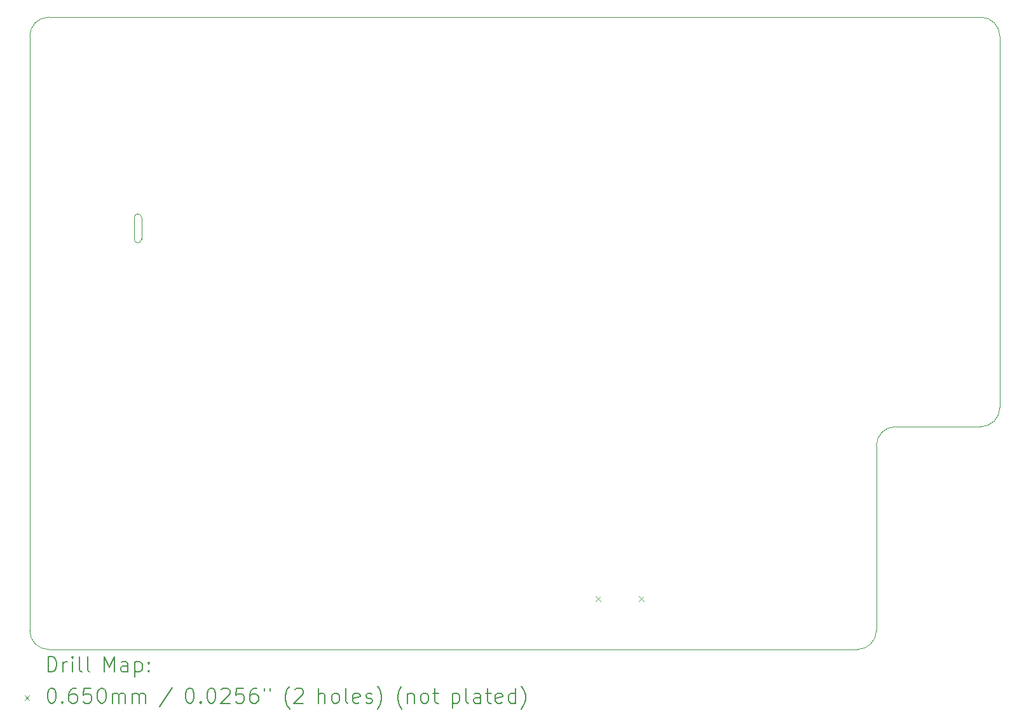
<source format=gbr>
%TF.GenerationSoftware,KiCad,Pcbnew,(7.0.0)*%
%TF.CreationDate,2023-05-29T14:24:41+02:00*%
%TF.ProjectId,hamodule,68616d6f-6475-46c6-952e-6b696361645f,V.20230529.22*%
%TF.SameCoordinates,Original*%
%TF.FileFunction,Drillmap*%
%TF.FilePolarity,Positive*%
%FSLAX45Y45*%
G04 Gerber Fmt 4.5, Leading zero omitted, Abs format (unit mm)*
G04 Created by KiCad (PCBNEW (7.0.0)) date 2023-05-29 14:24:41*
%MOMM*%
%LPD*%
G01*
G04 APERTURE LIST*
%ADD10C,0.050000*%
%ADD11C,0.200000*%
%ADD12C,0.065000*%
G04 APERTURE END LIST*
D10*
X15057120Y-3220720D02*
X2642920Y-3220720D01*
X2388920Y-11399520D02*
X2388920Y-3474720D01*
X2388920Y-11399520D02*
G75*
G03*
X2642920Y-11653720I254200J0D01*
G01*
X3780840Y-6182360D02*
G75*
G03*
X3877360Y-6182360I48260J0D01*
G01*
X3877870Y-5892800D02*
G75*
G03*
X3781350Y-5892800I-48260J0D01*
G01*
X13666320Y-8935720D02*
X13666520Y-11399520D01*
X15310920Y-3474720D02*
G75*
G03*
X15057120Y-3220720I-254000J0D01*
G01*
X2642920Y-3220720D02*
G75*
G03*
X2388920Y-3474720I0J-254000D01*
G01*
X15056920Y-8681720D02*
G75*
G03*
X15310920Y-8427720I0J254000D01*
G01*
X3781350Y-5892800D02*
X3780840Y-6182360D01*
X13412520Y-11653520D02*
X2642920Y-11653720D01*
X13920320Y-8681720D02*
X15056920Y-8681720D01*
X13920320Y-8681720D02*
G75*
G03*
X13666320Y-8935720I0J-254000D01*
G01*
X15310920Y-3474720D02*
X15310920Y-8427720D01*
X13412520Y-11653520D02*
G75*
G03*
X13666520Y-11399520I0J254000D01*
G01*
X3877360Y-6182360D02*
X3877870Y-5892800D01*
D11*
D12*
X9926640Y-10945060D02*
X9991640Y-11010060D01*
X9991640Y-10945060D02*
X9926640Y-11010060D01*
X10504640Y-10945060D02*
X10569640Y-11010060D01*
X10569640Y-10945060D02*
X10504640Y-11010060D01*
D11*
X2634039Y-11949696D02*
X2634039Y-11749696D01*
X2634039Y-11749696D02*
X2681658Y-11749696D01*
X2681658Y-11749696D02*
X2710230Y-11759220D01*
X2710230Y-11759220D02*
X2729277Y-11778268D01*
X2729277Y-11778268D02*
X2738801Y-11797315D01*
X2738801Y-11797315D02*
X2748325Y-11835410D01*
X2748325Y-11835410D02*
X2748325Y-11863982D01*
X2748325Y-11863982D02*
X2738801Y-11902077D01*
X2738801Y-11902077D02*
X2729277Y-11921125D01*
X2729277Y-11921125D02*
X2710230Y-11940172D01*
X2710230Y-11940172D02*
X2681658Y-11949696D01*
X2681658Y-11949696D02*
X2634039Y-11949696D01*
X2834039Y-11949696D02*
X2834039Y-11816363D01*
X2834039Y-11854458D02*
X2843563Y-11835410D01*
X2843563Y-11835410D02*
X2853087Y-11825887D01*
X2853087Y-11825887D02*
X2872134Y-11816363D01*
X2872134Y-11816363D02*
X2891182Y-11816363D01*
X2957848Y-11949696D02*
X2957848Y-11816363D01*
X2957848Y-11749696D02*
X2948325Y-11759220D01*
X2948325Y-11759220D02*
X2957848Y-11768744D01*
X2957848Y-11768744D02*
X2967372Y-11759220D01*
X2967372Y-11759220D02*
X2957848Y-11749696D01*
X2957848Y-11749696D02*
X2957848Y-11768744D01*
X3081658Y-11949696D02*
X3062610Y-11940172D01*
X3062610Y-11940172D02*
X3053087Y-11921125D01*
X3053087Y-11921125D02*
X3053087Y-11749696D01*
X3186420Y-11949696D02*
X3167372Y-11940172D01*
X3167372Y-11940172D02*
X3157848Y-11921125D01*
X3157848Y-11921125D02*
X3157848Y-11749696D01*
X3382610Y-11949696D02*
X3382610Y-11749696D01*
X3382610Y-11749696D02*
X3449277Y-11892553D01*
X3449277Y-11892553D02*
X3515944Y-11749696D01*
X3515944Y-11749696D02*
X3515944Y-11949696D01*
X3696896Y-11949696D02*
X3696896Y-11844934D01*
X3696896Y-11844934D02*
X3687372Y-11825887D01*
X3687372Y-11825887D02*
X3668325Y-11816363D01*
X3668325Y-11816363D02*
X3630229Y-11816363D01*
X3630229Y-11816363D02*
X3611182Y-11825887D01*
X3696896Y-11940172D02*
X3677848Y-11949696D01*
X3677848Y-11949696D02*
X3630229Y-11949696D01*
X3630229Y-11949696D02*
X3611182Y-11940172D01*
X3611182Y-11940172D02*
X3601658Y-11921125D01*
X3601658Y-11921125D02*
X3601658Y-11902077D01*
X3601658Y-11902077D02*
X3611182Y-11883029D01*
X3611182Y-11883029D02*
X3630229Y-11873506D01*
X3630229Y-11873506D02*
X3677848Y-11873506D01*
X3677848Y-11873506D02*
X3696896Y-11863982D01*
X3792134Y-11816363D02*
X3792134Y-12016363D01*
X3792134Y-11825887D02*
X3811182Y-11816363D01*
X3811182Y-11816363D02*
X3849277Y-11816363D01*
X3849277Y-11816363D02*
X3868325Y-11825887D01*
X3868325Y-11825887D02*
X3877848Y-11835410D01*
X3877848Y-11835410D02*
X3887372Y-11854458D01*
X3887372Y-11854458D02*
X3887372Y-11911601D01*
X3887372Y-11911601D02*
X3877848Y-11930648D01*
X3877848Y-11930648D02*
X3868325Y-11940172D01*
X3868325Y-11940172D02*
X3849277Y-11949696D01*
X3849277Y-11949696D02*
X3811182Y-11949696D01*
X3811182Y-11949696D02*
X3792134Y-11940172D01*
X3973087Y-11930648D02*
X3982610Y-11940172D01*
X3982610Y-11940172D02*
X3973087Y-11949696D01*
X3973087Y-11949696D02*
X3963563Y-11940172D01*
X3963563Y-11940172D02*
X3973087Y-11930648D01*
X3973087Y-11930648D02*
X3973087Y-11949696D01*
X3973087Y-11825887D02*
X3982610Y-11835410D01*
X3982610Y-11835410D02*
X3973087Y-11844934D01*
X3973087Y-11844934D02*
X3963563Y-11835410D01*
X3963563Y-11835410D02*
X3973087Y-11825887D01*
X3973087Y-11825887D02*
X3973087Y-11844934D01*
D12*
X2321420Y-12263720D02*
X2386420Y-12328720D01*
X2386420Y-12263720D02*
X2321420Y-12328720D01*
D11*
X2672134Y-12169696D02*
X2691182Y-12169696D01*
X2691182Y-12169696D02*
X2710230Y-12179220D01*
X2710230Y-12179220D02*
X2719753Y-12188744D01*
X2719753Y-12188744D02*
X2729277Y-12207791D01*
X2729277Y-12207791D02*
X2738801Y-12245887D01*
X2738801Y-12245887D02*
X2738801Y-12293506D01*
X2738801Y-12293506D02*
X2729277Y-12331601D01*
X2729277Y-12331601D02*
X2719753Y-12350648D01*
X2719753Y-12350648D02*
X2710230Y-12360172D01*
X2710230Y-12360172D02*
X2691182Y-12369696D01*
X2691182Y-12369696D02*
X2672134Y-12369696D01*
X2672134Y-12369696D02*
X2653087Y-12360172D01*
X2653087Y-12360172D02*
X2643563Y-12350648D01*
X2643563Y-12350648D02*
X2634039Y-12331601D01*
X2634039Y-12331601D02*
X2624515Y-12293506D01*
X2624515Y-12293506D02*
X2624515Y-12245887D01*
X2624515Y-12245887D02*
X2634039Y-12207791D01*
X2634039Y-12207791D02*
X2643563Y-12188744D01*
X2643563Y-12188744D02*
X2653087Y-12179220D01*
X2653087Y-12179220D02*
X2672134Y-12169696D01*
X2824515Y-12350648D02*
X2834039Y-12360172D01*
X2834039Y-12360172D02*
X2824515Y-12369696D01*
X2824515Y-12369696D02*
X2814991Y-12360172D01*
X2814991Y-12360172D02*
X2824515Y-12350648D01*
X2824515Y-12350648D02*
X2824515Y-12369696D01*
X3005468Y-12169696D02*
X2967372Y-12169696D01*
X2967372Y-12169696D02*
X2948325Y-12179220D01*
X2948325Y-12179220D02*
X2938801Y-12188744D01*
X2938801Y-12188744D02*
X2919753Y-12217315D01*
X2919753Y-12217315D02*
X2910229Y-12255410D01*
X2910229Y-12255410D02*
X2910229Y-12331601D01*
X2910229Y-12331601D02*
X2919753Y-12350648D01*
X2919753Y-12350648D02*
X2929277Y-12360172D01*
X2929277Y-12360172D02*
X2948325Y-12369696D01*
X2948325Y-12369696D02*
X2986420Y-12369696D01*
X2986420Y-12369696D02*
X3005468Y-12360172D01*
X3005468Y-12360172D02*
X3014991Y-12350648D01*
X3014991Y-12350648D02*
X3024515Y-12331601D01*
X3024515Y-12331601D02*
X3024515Y-12283982D01*
X3024515Y-12283982D02*
X3014991Y-12264934D01*
X3014991Y-12264934D02*
X3005468Y-12255410D01*
X3005468Y-12255410D02*
X2986420Y-12245887D01*
X2986420Y-12245887D02*
X2948325Y-12245887D01*
X2948325Y-12245887D02*
X2929277Y-12255410D01*
X2929277Y-12255410D02*
X2919753Y-12264934D01*
X2919753Y-12264934D02*
X2910229Y-12283982D01*
X3205468Y-12169696D02*
X3110229Y-12169696D01*
X3110229Y-12169696D02*
X3100706Y-12264934D01*
X3100706Y-12264934D02*
X3110229Y-12255410D01*
X3110229Y-12255410D02*
X3129277Y-12245887D01*
X3129277Y-12245887D02*
X3176896Y-12245887D01*
X3176896Y-12245887D02*
X3195944Y-12255410D01*
X3195944Y-12255410D02*
X3205468Y-12264934D01*
X3205468Y-12264934D02*
X3214991Y-12283982D01*
X3214991Y-12283982D02*
X3214991Y-12331601D01*
X3214991Y-12331601D02*
X3205468Y-12350648D01*
X3205468Y-12350648D02*
X3195944Y-12360172D01*
X3195944Y-12360172D02*
X3176896Y-12369696D01*
X3176896Y-12369696D02*
X3129277Y-12369696D01*
X3129277Y-12369696D02*
X3110229Y-12360172D01*
X3110229Y-12360172D02*
X3100706Y-12350648D01*
X3338801Y-12169696D02*
X3357849Y-12169696D01*
X3357849Y-12169696D02*
X3376896Y-12179220D01*
X3376896Y-12179220D02*
X3386420Y-12188744D01*
X3386420Y-12188744D02*
X3395944Y-12207791D01*
X3395944Y-12207791D02*
X3405468Y-12245887D01*
X3405468Y-12245887D02*
X3405468Y-12293506D01*
X3405468Y-12293506D02*
X3395944Y-12331601D01*
X3395944Y-12331601D02*
X3386420Y-12350648D01*
X3386420Y-12350648D02*
X3376896Y-12360172D01*
X3376896Y-12360172D02*
X3357849Y-12369696D01*
X3357849Y-12369696D02*
X3338801Y-12369696D01*
X3338801Y-12369696D02*
X3319753Y-12360172D01*
X3319753Y-12360172D02*
X3310229Y-12350648D01*
X3310229Y-12350648D02*
X3300706Y-12331601D01*
X3300706Y-12331601D02*
X3291182Y-12293506D01*
X3291182Y-12293506D02*
X3291182Y-12245887D01*
X3291182Y-12245887D02*
X3300706Y-12207791D01*
X3300706Y-12207791D02*
X3310229Y-12188744D01*
X3310229Y-12188744D02*
X3319753Y-12179220D01*
X3319753Y-12179220D02*
X3338801Y-12169696D01*
X3491182Y-12369696D02*
X3491182Y-12236363D01*
X3491182Y-12255410D02*
X3500706Y-12245887D01*
X3500706Y-12245887D02*
X3519753Y-12236363D01*
X3519753Y-12236363D02*
X3548325Y-12236363D01*
X3548325Y-12236363D02*
X3567372Y-12245887D01*
X3567372Y-12245887D02*
X3576896Y-12264934D01*
X3576896Y-12264934D02*
X3576896Y-12369696D01*
X3576896Y-12264934D02*
X3586420Y-12245887D01*
X3586420Y-12245887D02*
X3605468Y-12236363D01*
X3605468Y-12236363D02*
X3634039Y-12236363D01*
X3634039Y-12236363D02*
X3653087Y-12245887D01*
X3653087Y-12245887D02*
X3662610Y-12264934D01*
X3662610Y-12264934D02*
X3662610Y-12369696D01*
X3757849Y-12369696D02*
X3757849Y-12236363D01*
X3757849Y-12255410D02*
X3767372Y-12245887D01*
X3767372Y-12245887D02*
X3786420Y-12236363D01*
X3786420Y-12236363D02*
X3814991Y-12236363D01*
X3814991Y-12236363D02*
X3834039Y-12245887D01*
X3834039Y-12245887D02*
X3843563Y-12264934D01*
X3843563Y-12264934D02*
X3843563Y-12369696D01*
X3843563Y-12264934D02*
X3853087Y-12245887D01*
X3853087Y-12245887D02*
X3872134Y-12236363D01*
X3872134Y-12236363D02*
X3900706Y-12236363D01*
X3900706Y-12236363D02*
X3919753Y-12245887D01*
X3919753Y-12245887D02*
X3929277Y-12264934D01*
X3929277Y-12264934D02*
X3929277Y-12369696D01*
X4287372Y-12160172D02*
X4115944Y-12417315D01*
X4512134Y-12169696D02*
X4531182Y-12169696D01*
X4531182Y-12169696D02*
X4550230Y-12179220D01*
X4550230Y-12179220D02*
X4559753Y-12188744D01*
X4559753Y-12188744D02*
X4569277Y-12207791D01*
X4569277Y-12207791D02*
X4578801Y-12245887D01*
X4578801Y-12245887D02*
X4578801Y-12293506D01*
X4578801Y-12293506D02*
X4569277Y-12331601D01*
X4569277Y-12331601D02*
X4559753Y-12350648D01*
X4559753Y-12350648D02*
X4550230Y-12360172D01*
X4550230Y-12360172D02*
X4531182Y-12369696D01*
X4531182Y-12369696D02*
X4512134Y-12369696D01*
X4512134Y-12369696D02*
X4493087Y-12360172D01*
X4493087Y-12360172D02*
X4483563Y-12350648D01*
X4483563Y-12350648D02*
X4474039Y-12331601D01*
X4474039Y-12331601D02*
X4464515Y-12293506D01*
X4464515Y-12293506D02*
X4464515Y-12245887D01*
X4464515Y-12245887D02*
X4474039Y-12207791D01*
X4474039Y-12207791D02*
X4483563Y-12188744D01*
X4483563Y-12188744D02*
X4493087Y-12179220D01*
X4493087Y-12179220D02*
X4512134Y-12169696D01*
X4664515Y-12350648D02*
X4674039Y-12360172D01*
X4674039Y-12360172D02*
X4664515Y-12369696D01*
X4664515Y-12369696D02*
X4654992Y-12360172D01*
X4654992Y-12360172D02*
X4664515Y-12350648D01*
X4664515Y-12350648D02*
X4664515Y-12369696D01*
X4797849Y-12169696D02*
X4816896Y-12169696D01*
X4816896Y-12169696D02*
X4835944Y-12179220D01*
X4835944Y-12179220D02*
X4845468Y-12188744D01*
X4845468Y-12188744D02*
X4854992Y-12207791D01*
X4854992Y-12207791D02*
X4864515Y-12245887D01*
X4864515Y-12245887D02*
X4864515Y-12293506D01*
X4864515Y-12293506D02*
X4854992Y-12331601D01*
X4854992Y-12331601D02*
X4845468Y-12350648D01*
X4845468Y-12350648D02*
X4835944Y-12360172D01*
X4835944Y-12360172D02*
X4816896Y-12369696D01*
X4816896Y-12369696D02*
X4797849Y-12369696D01*
X4797849Y-12369696D02*
X4778801Y-12360172D01*
X4778801Y-12360172D02*
X4769277Y-12350648D01*
X4769277Y-12350648D02*
X4759753Y-12331601D01*
X4759753Y-12331601D02*
X4750230Y-12293506D01*
X4750230Y-12293506D02*
X4750230Y-12245887D01*
X4750230Y-12245887D02*
X4759753Y-12207791D01*
X4759753Y-12207791D02*
X4769277Y-12188744D01*
X4769277Y-12188744D02*
X4778801Y-12179220D01*
X4778801Y-12179220D02*
X4797849Y-12169696D01*
X4940706Y-12188744D02*
X4950230Y-12179220D01*
X4950230Y-12179220D02*
X4969277Y-12169696D01*
X4969277Y-12169696D02*
X5016896Y-12169696D01*
X5016896Y-12169696D02*
X5035944Y-12179220D01*
X5035944Y-12179220D02*
X5045468Y-12188744D01*
X5045468Y-12188744D02*
X5054992Y-12207791D01*
X5054992Y-12207791D02*
X5054992Y-12226839D01*
X5054992Y-12226839D02*
X5045468Y-12255410D01*
X5045468Y-12255410D02*
X4931182Y-12369696D01*
X4931182Y-12369696D02*
X5054992Y-12369696D01*
X5235944Y-12169696D02*
X5140706Y-12169696D01*
X5140706Y-12169696D02*
X5131182Y-12264934D01*
X5131182Y-12264934D02*
X5140706Y-12255410D01*
X5140706Y-12255410D02*
X5159753Y-12245887D01*
X5159753Y-12245887D02*
X5207373Y-12245887D01*
X5207373Y-12245887D02*
X5226420Y-12255410D01*
X5226420Y-12255410D02*
X5235944Y-12264934D01*
X5235944Y-12264934D02*
X5245468Y-12283982D01*
X5245468Y-12283982D02*
X5245468Y-12331601D01*
X5245468Y-12331601D02*
X5235944Y-12350648D01*
X5235944Y-12350648D02*
X5226420Y-12360172D01*
X5226420Y-12360172D02*
X5207373Y-12369696D01*
X5207373Y-12369696D02*
X5159753Y-12369696D01*
X5159753Y-12369696D02*
X5140706Y-12360172D01*
X5140706Y-12360172D02*
X5131182Y-12350648D01*
X5416896Y-12169696D02*
X5378801Y-12169696D01*
X5378801Y-12169696D02*
X5359753Y-12179220D01*
X5359753Y-12179220D02*
X5350230Y-12188744D01*
X5350230Y-12188744D02*
X5331182Y-12217315D01*
X5331182Y-12217315D02*
X5321658Y-12255410D01*
X5321658Y-12255410D02*
X5321658Y-12331601D01*
X5321658Y-12331601D02*
X5331182Y-12350648D01*
X5331182Y-12350648D02*
X5340706Y-12360172D01*
X5340706Y-12360172D02*
X5359753Y-12369696D01*
X5359753Y-12369696D02*
X5397849Y-12369696D01*
X5397849Y-12369696D02*
X5416896Y-12360172D01*
X5416896Y-12360172D02*
X5426420Y-12350648D01*
X5426420Y-12350648D02*
X5435944Y-12331601D01*
X5435944Y-12331601D02*
X5435944Y-12283982D01*
X5435944Y-12283982D02*
X5426420Y-12264934D01*
X5426420Y-12264934D02*
X5416896Y-12255410D01*
X5416896Y-12255410D02*
X5397849Y-12245887D01*
X5397849Y-12245887D02*
X5359753Y-12245887D01*
X5359753Y-12245887D02*
X5340706Y-12255410D01*
X5340706Y-12255410D02*
X5331182Y-12264934D01*
X5331182Y-12264934D02*
X5321658Y-12283982D01*
X5512134Y-12169696D02*
X5512134Y-12207791D01*
X5588325Y-12169696D02*
X5588325Y-12207791D01*
X5851182Y-12445887D02*
X5841658Y-12436363D01*
X5841658Y-12436363D02*
X5822611Y-12407791D01*
X5822611Y-12407791D02*
X5813087Y-12388744D01*
X5813087Y-12388744D02*
X5803563Y-12360172D01*
X5803563Y-12360172D02*
X5794039Y-12312553D01*
X5794039Y-12312553D02*
X5794039Y-12274458D01*
X5794039Y-12274458D02*
X5803563Y-12226839D01*
X5803563Y-12226839D02*
X5813087Y-12198268D01*
X5813087Y-12198268D02*
X5822611Y-12179220D01*
X5822611Y-12179220D02*
X5841658Y-12150648D01*
X5841658Y-12150648D02*
X5851182Y-12141125D01*
X5917849Y-12188744D02*
X5927372Y-12179220D01*
X5927372Y-12179220D02*
X5946420Y-12169696D01*
X5946420Y-12169696D02*
X5994039Y-12169696D01*
X5994039Y-12169696D02*
X6013087Y-12179220D01*
X6013087Y-12179220D02*
X6022611Y-12188744D01*
X6022611Y-12188744D02*
X6032134Y-12207791D01*
X6032134Y-12207791D02*
X6032134Y-12226839D01*
X6032134Y-12226839D02*
X6022611Y-12255410D01*
X6022611Y-12255410D02*
X5908325Y-12369696D01*
X5908325Y-12369696D02*
X6032134Y-12369696D01*
X6237849Y-12369696D02*
X6237849Y-12169696D01*
X6323563Y-12369696D02*
X6323563Y-12264934D01*
X6323563Y-12264934D02*
X6314039Y-12245887D01*
X6314039Y-12245887D02*
X6294992Y-12236363D01*
X6294992Y-12236363D02*
X6266420Y-12236363D01*
X6266420Y-12236363D02*
X6247372Y-12245887D01*
X6247372Y-12245887D02*
X6237849Y-12255410D01*
X6447372Y-12369696D02*
X6428325Y-12360172D01*
X6428325Y-12360172D02*
X6418801Y-12350648D01*
X6418801Y-12350648D02*
X6409277Y-12331601D01*
X6409277Y-12331601D02*
X6409277Y-12274458D01*
X6409277Y-12274458D02*
X6418801Y-12255410D01*
X6418801Y-12255410D02*
X6428325Y-12245887D01*
X6428325Y-12245887D02*
X6447372Y-12236363D01*
X6447372Y-12236363D02*
X6475944Y-12236363D01*
X6475944Y-12236363D02*
X6494992Y-12245887D01*
X6494992Y-12245887D02*
X6504515Y-12255410D01*
X6504515Y-12255410D02*
X6514039Y-12274458D01*
X6514039Y-12274458D02*
X6514039Y-12331601D01*
X6514039Y-12331601D02*
X6504515Y-12350648D01*
X6504515Y-12350648D02*
X6494992Y-12360172D01*
X6494992Y-12360172D02*
X6475944Y-12369696D01*
X6475944Y-12369696D02*
X6447372Y-12369696D01*
X6628325Y-12369696D02*
X6609277Y-12360172D01*
X6609277Y-12360172D02*
X6599753Y-12341125D01*
X6599753Y-12341125D02*
X6599753Y-12169696D01*
X6780706Y-12360172D02*
X6761658Y-12369696D01*
X6761658Y-12369696D02*
X6723563Y-12369696D01*
X6723563Y-12369696D02*
X6704515Y-12360172D01*
X6704515Y-12360172D02*
X6694992Y-12341125D01*
X6694992Y-12341125D02*
X6694992Y-12264934D01*
X6694992Y-12264934D02*
X6704515Y-12245887D01*
X6704515Y-12245887D02*
X6723563Y-12236363D01*
X6723563Y-12236363D02*
X6761658Y-12236363D01*
X6761658Y-12236363D02*
X6780706Y-12245887D01*
X6780706Y-12245887D02*
X6790230Y-12264934D01*
X6790230Y-12264934D02*
X6790230Y-12283982D01*
X6790230Y-12283982D02*
X6694992Y-12303029D01*
X6866420Y-12360172D02*
X6885468Y-12369696D01*
X6885468Y-12369696D02*
X6923563Y-12369696D01*
X6923563Y-12369696D02*
X6942611Y-12360172D01*
X6942611Y-12360172D02*
X6952134Y-12341125D01*
X6952134Y-12341125D02*
X6952134Y-12331601D01*
X6952134Y-12331601D02*
X6942611Y-12312553D01*
X6942611Y-12312553D02*
X6923563Y-12303029D01*
X6923563Y-12303029D02*
X6894992Y-12303029D01*
X6894992Y-12303029D02*
X6875944Y-12293506D01*
X6875944Y-12293506D02*
X6866420Y-12274458D01*
X6866420Y-12274458D02*
X6866420Y-12264934D01*
X6866420Y-12264934D02*
X6875944Y-12245887D01*
X6875944Y-12245887D02*
X6894992Y-12236363D01*
X6894992Y-12236363D02*
X6923563Y-12236363D01*
X6923563Y-12236363D02*
X6942611Y-12245887D01*
X7018801Y-12445887D02*
X7028325Y-12436363D01*
X7028325Y-12436363D02*
X7047373Y-12407791D01*
X7047373Y-12407791D02*
X7056896Y-12388744D01*
X7056896Y-12388744D02*
X7066420Y-12360172D01*
X7066420Y-12360172D02*
X7075944Y-12312553D01*
X7075944Y-12312553D02*
X7075944Y-12274458D01*
X7075944Y-12274458D02*
X7066420Y-12226839D01*
X7066420Y-12226839D02*
X7056896Y-12198268D01*
X7056896Y-12198268D02*
X7047373Y-12179220D01*
X7047373Y-12179220D02*
X7028325Y-12150648D01*
X7028325Y-12150648D02*
X7018801Y-12141125D01*
X7348325Y-12445887D02*
X7338801Y-12436363D01*
X7338801Y-12436363D02*
X7319753Y-12407791D01*
X7319753Y-12407791D02*
X7310230Y-12388744D01*
X7310230Y-12388744D02*
X7300706Y-12360172D01*
X7300706Y-12360172D02*
X7291182Y-12312553D01*
X7291182Y-12312553D02*
X7291182Y-12274458D01*
X7291182Y-12274458D02*
X7300706Y-12226839D01*
X7300706Y-12226839D02*
X7310230Y-12198268D01*
X7310230Y-12198268D02*
X7319753Y-12179220D01*
X7319753Y-12179220D02*
X7338801Y-12150648D01*
X7338801Y-12150648D02*
X7348325Y-12141125D01*
X7424515Y-12236363D02*
X7424515Y-12369696D01*
X7424515Y-12255410D02*
X7434039Y-12245887D01*
X7434039Y-12245887D02*
X7453087Y-12236363D01*
X7453087Y-12236363D02*
X7481658Y-12236363D01*
X7481658Y-12236363D02*
X7500706Y-12245887D01*
X7500706Y-12245887D02*
X7510230Y-12264934D01*
X7510230Y-12264934D02*
X7510230Y-12369696D01*
X7634039Y-12369696D02*
X7614992Y-12360172D01*
X7614992Y-12360172D02*
X7605468Y-12350648D01*
X7605468Y-12350648D02*
X7595944Y-12331601D01*
X7595944Y-12331601D02*
X7595944Y-12274458D01*
X7595944Y-12274458D02*
X7605468Y-12255410D01*
X7605468Y-12255410D02*
X7614992Y-12245887D01*
X7614992Y-12245887D02*
X7634039Y-12236363D01*
X7634039Y-12236363D02*
X7662611Y-12236363D01*
X7662611Y-12236363D02*
X7681658Y-12245887D01*
X7681658Y-12245887D02*
X7691182Y-12255410D01*
X7691182Y-12255410D02*
X7700706Y-12274458D01*
X7700706Y-12274458D02*
X7700706Y-12331601D01*
X7700706Y-12331601D02*
X7691182Y-12350648D01*
X7691182Y-12350648D02*
X7681658Y-12360172D01*
X7681658Y-12360172D02*
X7662611Y-12369696D01*
X7662611Y-12369696D02*
X7634039Y-12369696D01*
X7757849Y-12236363D02*
X7834039Y-12236363D01*
X7786420Y-12169696D02*
X7786420Y-12341125D01*
X7786420Y-12341125D02*
X7795944Y-12360172D01*
X7795944Y-12360172D02*
X7814992Y-12369696D01*
X7814992Y-12369696D02*
X7834039Y-12369696D01*
X8020706Y-12236363D02*
X8020706Y-12436363D01*
X8020706Y-12245887D02*
X8039753Y-12236363D01*
X8039753Y-12236363D02*
X8077849Y-12236363D01*
X8077849Y-12236363D02*
X8096896Y-12245887D01*
X8096896Y-12245887D02*
X8106420Y-12255410D01*
X8106420Y-12255410D02*
X8115944Y-12274458D01*
X8115944Y-12274458D02*
X8115944Y-12331601D01*
X8115944Y-12331601D02*
X8106420Y-12350648D01*
X8106420Y-12350648D02*
X8096896Y-12360172D01*
X8096896Y-12360172D02*
X8077849Y-12369696D01*
X8077849Y-12369696D02*
X8039753Y-12369696D01*
X8039753Y-12369696D02*
X8020706Y-12360172D01*
X8230230Y-12369696D02*
X8211182Y-12360172D01*
X8211182Y-12360172D02*
X8201658Y-12341125D01*
X8201658Y-12341125D02*
X8201658Y-12169696D01*
X8392135Y-12369696D02*
X8392135Y-12264934D01*
X8392135Y-12264934D02*
X8382611Y-12245887D01*
X8382611Y-12245887D02*
X8363563Y-12236363D01*
X8363563Y-12236363D02*
X8325468Y-12236363D01*
X8325468Y-12236363D02*
X8306420Y-12245887D01*
X8392135Y-12360172D02*
X8373087Y-12369696D01*
X8373087Y-12369696D02*
X8325468Y-12369696D01*
X8325468Y-12369696D02*
X8306420Y-12360172D01*
X8306420Y-12360172D02*
X8296896Y-12341125D01*
X8296896Y-12341125D02*
X8296896Y-12322077D01*
X8296896Y-12322077D02*
X8306420Y-12303029D01*
X8306420Y-12303029D02*
X8325468Y-12293506D01*
X8325468Y-12293506D02*
X8373087Y-12293506D01*
X8373087Y-12293506D02*
X8392135Y-12283982D01*
X8458801Y-12236363D02*
X8534992Y-12236363D01*
X8487373Y-12169696D02*
X8487373Y-12341125D01*
X8487373Y-12341125D02*
X8496896Y-12360172D01*
X8496896Y-12360172D02*
X8515944Y-12369696D01*
X8515944Y-12369696D02*
X8534992Y-12369696D01*
X8677849Y-12360172D02*
X8658801Y-12369696D01*
X8658801Y-12369696D02*
X8620706Y-12369696D01*
X8620706Y-12369696D02*
X8601658Y-12360172D01*
X8601658Y-12360172D02*
X8592135Y-12341125D01*
X8592135Y-12341125D02*
X8592135Y-12264934D01*
X8592135Y-12264934D02*
X8601658Y-12245887D01*
X8601658Y-12245887D02*
X8620706Y-12236363D01*
X8620706Y-12236363D02*
X8658801Y-12236363D01*
X8658801Y-12236363D02*
X8677849Y-12245887D01*
X8677849Y-12245887D02*
X8687373Y-12264934D01*
X8687373Y-12264934D02*
X8687373Y-12283982D01*
X8687373Y-12283982D02*
X8592135Y-12303029D01*
X8858801Y-12369696D02*
X8858801Y-12169696D01*
X8858801Y-12360172D02*
X8839754Y-12369696D01*
X8839754Y-12369696D02*
X8801658Y-12369696D01*
X8801658Y-12369696D02*
X8782611Y-12360172D01*
X8782611Y-12360172D02*
X8773087Y-12350648D01*
X8773087Y-12350648D02*
X8763563Y-12331601D01*
X8763563Y-12331601D02*
X8763563Y-12274458D01*
X8763563Y-12274458D02*
X8773087Y-12255410D01*
X8773087Y-12255410D02*
X8782611Y-12245887D01*
X8782611Y-12245887D02*
X8801658Y-12236363D01*
X8801658Y-12236363D02*
X8839754Y-12236363D01*
X8839754Y-12236363D02*
X8858801Y-12245887D01*
X8934992Y-12445887D02*
X8944516Y-12436363D01*
X8944516Y-12436363D02*
X8963563Y-12407791D01*
X8963563Y-12407791D02*
X8973087Y-12388744D01*
X8973087Y-12388744D02*
X8982611Y-12360172D01*
X8982611Y-12360172D02*
X8992135Y-12312553D01*
X8992135Y-12312553D02*
X8992135Y-12274458D01*
X8992135Y-12274458D02*
X8982611Y-12226839D01*
X8982611Y-12226839D02*
X8973087Y-12198268D01*
X8973087Y-12198268D02*
X8963563Y-12179220D01*
X8963563Y-12179220D02*
X8944516Y-12150648D01*
X8944516Y-12150648D02*
X8934992Y-12141125D01*
M02*

</source>
